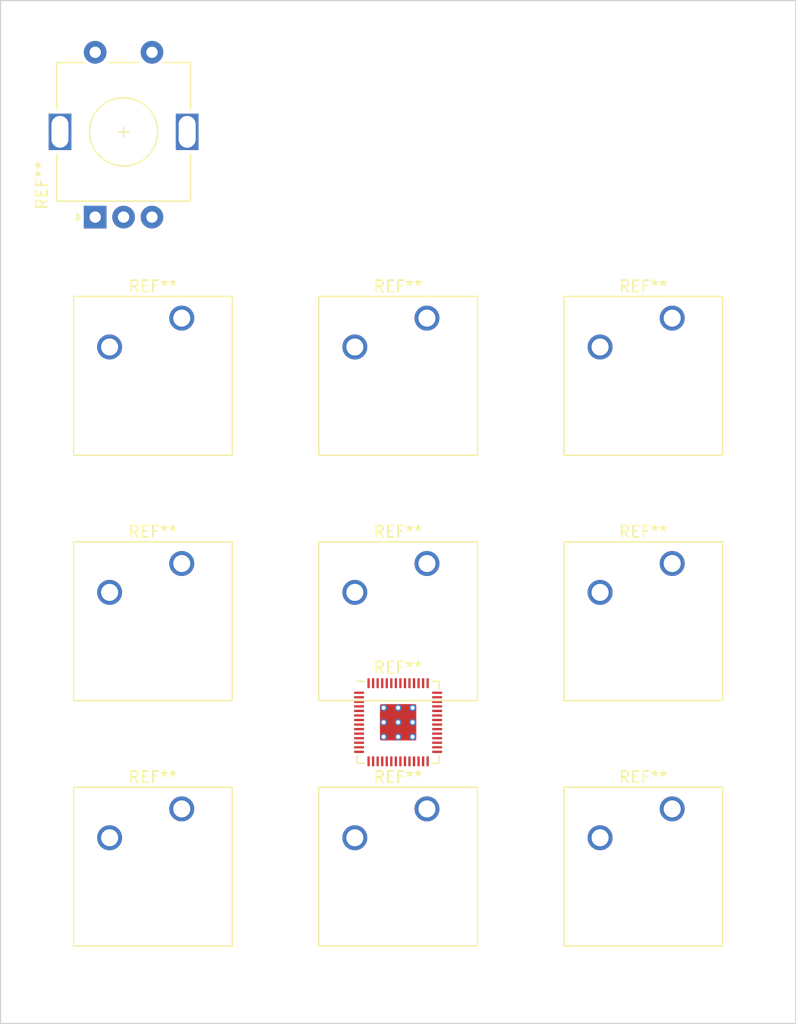
<source format=kicad_pcb>
(kicad_pcb (version 20211014) (generator pcbnew)
  (layers (0 "F.Cu" signal) (31 "B.Cu" signal) (34 "B.Paste" user) (35 "F.Paste" user) (36 "B.SilkS" user "B.Silkscreen") (37 "F.SilkS" user "F.Silkscreen") (38 "B.Mask" user) (39 "F.Mask" user) (44 "Edge.Cuts" user))
  (net 0 "")
  (footprint "Button_Switch_Keyboard:SW_Cherry_MX_1.00u_PCB" (layer "F.Cu") (at 168.91 91.44)
    (fp_text reference "REF**" (at -2.54 -2.794) (layer "F.SilkS"))
    (fp_text value "SW_Cherry_MX_1.00u_PCB")
    (fp_line (start -9.525 -1.905) (end 4.445 -1.905) (layer "F.SilkS") (width 0.12))
    (fp_line (start -9.525 12.065) (end -9.525 -1.905) (layer "F.SilkS") (width 0.12))
    (fp_line (start 4.445 -1.905) (end 4.445 12.065) (layer "F.SilkS") (width 0.12))
    (fp_line (start 4.445 12.065) (end -9.525 12.065) (layer "F.SilkS") (width 0.12))
    (pad "" np_thru_hole circle (at 2.54 5.08) (size 1.7 1.7) (drill 1.7) (layers *.Cu *.Mask))
    (pad "" np_thru_hole circle (at -7.62 5.08) (size 1.7 1.7) (drill 1.7) (layers *.Cu *.Mask))
    (pad "" np_thru_hole circle (at -2.54 5.08) (size 4 4) (drill 4) (layers *.Cu *.Mask))
    (pad "1" thru_hole circle (at 0 0) (size 2.2 2.2) (drill 1.5) (layers *.Cu *.Mask))
    (pad "2" thru_hole circle (at -6.35 2.54) (size 2.2 2.2) (drill 1.5) (layers *.Cu *.Mask))
  )
  (footprint "Button_Switch_Keyboard:SW_Cherry_MX_1.00u_PCB" (layer "F.Cu") (at 147.32 134.62)
    (fp_text reference "REF**" (at -2.54 -2.794) (layer "F.SilkS"))
    (fp_text value "SW_Cherry_MX_1.00u_PCB")
    (fp_line (start -9.525 -1.905) (end 4.445 -1.905) (layer "F.SilkS") (width 0.12))
    (fp_line (start 4.445 12.065) (end -9.525 12.065) (layer "F.SilkS") (width 0.12))
    (fp_line (start -9.525 12.065) (end -9.525 -1.905) (layer "F.SilkS") (width 0.12))
    (fp_line (start 4.445 -1.905) (end 4.445 12.065) (layer "F.SilkS") (width 0.12))
    (pad "" np_thru_hole circle (at -7.62 5.08) (size 1.7 1.7) (drill 1.7) (layers *.Cu *.Mask))
    (pad "" np_thru_hole circle (at 2.54 5.08) (size 1.7 1.7) (drill 1.7) (layers *.Cu *.Mask))
    (pad "" np_thru_hole circle (at -2.54 5.08) (size 4 4) (drill 4) (layers *.Cu *.Mask))
    (pad "1" thru_hole circle (at 0 0) (size 2.2 2.2) (drill 1.5) (layers *.Cu *.Mask))
    (pad "2" thru_hole circle (at -6.35 2.54) (size 2.2 2.2) (drill 1.5) (layers *.Cu *.Mask))
  )
  (footprint "Button_Switch_Keyboard:SW_Cherry_MX_1.00u_PCB" (layer "F.Cu") (at 168.91 134.62)
    (fp_text reference "REF**" (at -2.54 -2.794) (layer "F.SilkS"))
    (fp_text value "SW_Cherry_MX_1.00u_PCB")
    (fp_line (start 4.445 -1.905) (end 4.445 12.065) (layer "F.SilkS") (width 0.12))
    (fp_line (start 4.445 12.065) (end -9.525 12.065) (layer "F.SilkS") (width 0.12))
    (fp_line (start -9.525 -1.905) (end 4.445 -1.905) (layer "F.SilkS") (width 0.12))
    (fp_line (start -9.525 12.065) (end -9.525 -1.905) (layer "F.SilkS") (width 0.12))
    (pad "" np_thru_hole circle (at -7.62 5.08) (size 1.7 1.7) (drill 1.7) (layers *.Cu *.Mask))
    (pad "" np_thru_hole circle (at -2.54 5.08) (size 4 4) (drill 4) (layers *.Cu *.Mask))
    (pad "" np_thru_hole circle (at 2.54 5.08) (size 1.7 1.7) (drill 1.7) (layers *.Cu *.Mask))
    (pad "1" thru_hole circle (at 0 0) (size 2.2 2.2) (drill 1.5) (layers *.Cu *.Mask))
    (pad "2" thru_hole circle (at -6.35 2.54) (size 2.2 2.2) (drill 1.5) (layers *.Cu *.Mask))
  )
  (footprint "Button_Switch_Keyboard:SW_Cherry_MX_1.00u_PCB" (layer "F.Cu") (at 125.73 91.44)
    (fp_text reference "REF**" (at -2.54 -2.794) (layer "F.SilkS"))
    (fp_text value "SW_Cherry_MX_1.00u_PCB")
    (fp_line (start -9.525 12.065) (end -9.525 -1.905) (layer "F.SilkS") (width 0.12))
    (fp_line (start -9.525 -1.905) (end 4.445 -1.905) (layer "F.SilkS") (width 0.12))
    (fp_line (start 4.445 -1.905) (end 4.445 12.065) (layer "F.SilkS") (width 0.12))
    (fp_line (start 4.445 12.065) (end -9.525 12.065) (layer "F.SilkS") (width 0.12))
    (pad "" np_thru_hole circle (at 2.54 5.08) (size 1.7 1.7) (drill 1.7) (layers *.Cu *.Mask))
    (pad "" np_thru_hole circle (at -7.62 5.08) (size 1.7 1.7) (drill 1.7) (layers *.Cu *.Mask))
    (pad "" np_thru_hole circle (at -2.54 5.08) (size 4 4) (drill 4) (layers *.Cu *.Mask))
    (pad "1" thru_hole circle (at 0 0) (size 2.2 2.2) (drill 1.5) (layers *.Cu *.Mask))
    (pad "2" thru_hole circle (at -6.35 2.54) (size 2.2 2.2) (drill 1.5) (layers *.Cu *.Mask))
  )
  (footprint "Button_Switch_Keyboard:SW_Cherry_MX_1.00u_PCB" (layer "F.Cu") (at 168.91 113.03)
    (fp_text reference "REF**" (at -2.54 -2.794) (layer "F.SilkS"))
    (fp_text value "SW_Cherry_MX_1.00u_PCB")
    (fp_line (start 4.445 -1.905) (end 4.445 12.065) (layer "F.SilkS") (width 0.12))
    (fp_line (start -9.525 12.065) (end -9.525 -1.905) (layer "F.SilkS") (width 0.12))
    (fp_line (start 4.445 12.065) (end -9.525 12.065) (layer "F.SilkS") (width 0.12))
    (fp_line (start -9.525 -1.905) (end 4.445 -1.905) (layer "F.SilkS") (width 0.12))
    (pad "" np_thru_hole circle (at 2.54 5.08) (size 1.7 1.7) (drill 1.7) (layers *.Cu *.Mask))
    (pad "" np_thru_hole circle (at -7.62 5.08) (size 1.7 1.7) (drill 1.7) (layers *.Cu *.Mask))
    (pad "" np_thru_hole circle (at -2.54 5.08) (size 4 4) (drill 4) (layers *.Cu *.Mask))
    (pad "1" thru_hole circle (at 0 0) (size 2.2 2.2) (drill 1.5) (layers *.Cu *.Mask))
    (pad "2" thru_hole circle (at -6.35 2.54) (size 2.2 2.2) (drill 1.5) (layers *.Cu *.Mask))
  )
  (footprint "Button_Switch_Keyboard:SW_Cherry_MX_1.00u_PCB" (layer "F.Cu") (at 147.32 113.03)
    (fp_text reference "REF**" (at -2.54 -2.794) (layer "F.SilkS"))
    (fp_text value "SW_Cherry_MX_1.00u_PCB")
    (fp_line (start -9.525 -1.905) (end 4.445 -1.905) (layer "F.SilkS") (width 0.12))
    (fp_line (start 4.445 -1.905) (end 4.445 12.065) (layer "F.SilkS") (width 0.12))
    (fp_line (start -9.525 12.065) (end -9.525 -1.905) (layer "F.SilkS") (width 0.12))
    (fp_line (start 4.445 12.065) (end -9.525 12.065) (layer "F.SilkS") (width 0.12))
    (pad "" np_thru_hole circle (at -2.54 5.08) (size 4 4) (drill 4) (layers *.Cu *.Mask))
    (pad "" np_thru_hole circle (at 2.54 5.08) (size 1.7 1.7) (drill 1.7) (layers *.Cu *.Mask))
    (pad "" np_thru_hole circle (at -7.62 5.08) (size 1.7 1.7) (drill 1.7) (layers *.Cu *.Mask))
    (pad "1" thru_hole circle (at 0 0) (size 2.2 2.2) (drill 1.5) (layers *.Cu *.Mask))
    (pad "2" thru_hole circle (at -6.35 2.54) (size 2.2 2.2) (drill 1.5) (layers *.Cu *.Mask))
  )
  (footprint "Button_Switch_Keyboard:SW_Cherry_MX_1.00u_PCB" (layer "F.Cu") (at 125.73 113.03)
    (fp_text reference "REF**" (at -2.54 -2.794) (layer "F.SilkS"))
    (fp_text value "SW_Cherry_MX_1.00u_PCB")
    (fp_line (start 4.445 12.065) (end -9.525 12.065) (layer "F.SilkS") (width 0.12))
    (fp_line (start 4.445 -1.905) (end 4.445 12.065) (layer "F.SilkS") (width 0.12))
    (fp_line (start -9.525 -1.905) (end 4.445 -1.905) (layer "F.SilkS") (width 0.12))
    (fp_line (start -9.525 12.065) (end -9.525 -1.905) (layer "F.SilkS") (width 0.12))
    (pad "" np_thru_hole circle (at 2.54 5.08) (size 1.7 1.7) (drill 1.7) (layers *.Cu *.Mask))
    (pad "" np_thru_hole circle (at -2.54 5.08) (size 4 4) (drill 4) (layers *.Cu *.Mask))
    (pad "" np_thru_hole circle (at -7.62 5.08) (size 1.7 1.7) (drill 1.7) (layers *.Cu *.Mask))
    (pad "1" thru_hole circle (at 0 0) (size 2.2 2.2) (drill 1.5) (layers *.Cu *.Mask))
    (pad "2" thru_hole circle (at -6.35 2.54) (size 2.2 2.2) (drill 1.5) (layers *.Cu *.Mask))
  )
  (footprint "Footprints:RP2040-QFN-56" (layer "F.Cu") (at 144.78 127)
    (fp_text reference "REF**" (at 0 -4.82) (layer "F.SilkS"))
    (fp_text value "Pico2040-QFN-56")
    (fp_line (start -3.61 3.61) (end -3.61 2.96) (layer "F.SilkS") (width 0.12))
    (fp_line (start -2.96 3.61) (end -3.61 3.61) (layer "F.SilkS") (width 0.12))
    (fp_line (start 3.61 3.61) (end 3.61 2.96) (layer "F.SilkS") (width 0.12))
    (fp_line (start -2.96 -3.61) (end -3.61 -3.61) (layer "F.SilkS") (width 0.12))
    (fp_line (start 2.96 -3.61) (end 3.61 -3.61) (layer "F.SilkS") (width 0.12))
    (fp_line (start 3.61 -3.61) (end 3.61 -2.96) (layer "F.SilkS") (width 0.12))
    (fp_line (start 2.96 3.61) (end 3.61 3.61) (layer "F.SilkS") (width 0.12))
    (pad "1" smd roundrect locked (at -3.4375 -2.6) (size 0.875 0.2) (layers "F.Cu" "F.Paste" "F.Mask"))
    (pad "2" smd roundrect locked (at -3.4375 -2.2) (size 0.875 0.2) (layers "F.Cu" "F.Paste" "F.Mask"))
    (pad "3" smd roundrect locked (at -3.4375 -1.8) (size 0.875 0.2) (layers "F.Cu" "F.Paste" "F.Mask"))
    (pad "4" smd roundrect locked (at -3.4375 -1.4) (size 0.875 0.2) (layers "F.Cu" "F.Paste" "F.Mask"))
    (pad "5" smd roundrect locked (at -3.4375 -1) (size 0.875 0.2) (layers "F.Cu" "F.Paste" "F.Mask"))
    (pad "6" smd roundrect locked (at -3.4375 -0.6) (size 0.875 0.2) (layers "F.Cu" "F.Paste" "F.Mask"))
    (pad "7" smd roundrect locked (at -3.4375 -0.2) (size 0.875 0.2) (layers "F.Cu" "F.Paste" "F.Mask"))
    (pad "8" smd roundrect locked (at -3.4375 0.2) (size 0.875 0.2) (layers "F.Cu" "F.Paste" "F.Mask"))
    (pad "9" smd roundrect locked (at -3.4375 0.6) (size 0.875 0.2) (layers "F.Cu" "F.Paste" "F.Mask"))
    (pad "10" smd roundrect locked (at -3.4375 1) (size 0.875 0.2) (layers "F.Cu" "F.Paste" "F.Mask"))
    (pad "11" smd roundrect locked (at -3.4375 1.4) (size 0.875 0.2) (layers "F.Cu" "F.Paste" "F.Mask"))
    (pad "12" smd roundrect locked (at -3.4375 1.8) (size 0.875 0.2) (layers "F.Cu" "F.Paste" "F.Mask"))
    (pad "13" smd roundrect locked (at -3.4375 2.2) (size 0.875 0.2) (layers "F.Cu" "F.Paste" "F.Mask"))
    (pad "14" smd roundrect locked (at -3.4375 2.6) (size 0.875 0.2) (layers "F.Cu" "F.Paste" "F.Mask"))
    (pad "15" smd roundrect locked (at -2.6 3.4375) (size 0.2 0.875) (layers "F.Cu" "F.Paste" "F.Mask"))
    (pad "16" smd roundrect locked (at -2.2 3.4375) (size 0.2 0.875) (layers "F.Cu" "F.Paste" "F.Mask"))
    (pad "17" smd roundrect locked (at -1.8 3.4375) (size 0.2 0.875) (layers "F.Cu" "F.Paste" "F.Mask"))
    (pad "18" smd roundrect locked (at -1.4 3.4375) (size 0.2 0.875) (layers "F.Cu" "F.Paste" "F.Mask"))
    (pad "19" smd roundrect locked (at -1 3.4375) (size 0.2 0.875) (layers "F.Cu" "F.Paste" "F.Mask"))
    (pad "20" smd roundrect locked (at -0.6 3.4375) (size 0.2 0.875) (layers "F.Cu" "F.Paste" "F.Mask"))
    (pad "21" smd roundrect locked (at -0.2 3.4375) (size 0.2 0.875) (layers "F.Cu" "F.Paste" "F.Mask"))
    (pad "22" smd roundrect locked (at 0.2 3.4375) (size 0.2 0.875) (layers "F.Cu" "F.Paste" "F.Mask"))
    (pad "23" smd roundrect locked (at 0.6 3.4375) (size 0.2 0.875) (layers "F.Cu" "F.Paste" "F.Mask"))
    (pad "24" smd roundrect locked (at 1 3.4375) (size 0.2 0.875) (layers "F.Cu" "F.Paste" "F.Mask"))
    (pad "25" smd roundrect locked (at 1.4 3.4375) (size 0.2 0.875) (layers "F.Cu" "F.Paste" "F.Mask"))
    (pad "26" smd roundrect locked (at 1.8 3.4375) (size 0.2 0.875) (layers "F.Cu" "F.Paste" "F.Mask"))
    (pad "27" smd roundrect locked (at 2.2 3.4375) (size 0.2 0.875) (layers "F.Cu" "F.Paste" "F.Mask"))
    (pad "28" smd roundrect locked (at 2.6 3.4375) (size 0.2 0.875) (layers "F.Cu" "F.Paste" "F.Mask"))
    (pad "29" smd roundrect locked (at 3.4375 2.6) (size 0.875 0.2) (layers "F.Cu" "F.Paste" "F.Mask"))
    (pad "30" smd roundrect locked (at 3.4375 2.2) (size 0.875 0.2) (layers "F.Cu" "F.Paste" "F.Mask"))
    (pad "31" smd roundrect locked (at 3.4375 1.8) (size 0.875 0.2) (layers "F.Cu" "F.Paste" "F.Mask"))
    (pad "32" smd roundrect locked (at 3.4375 1.4) (size 0.875 0.2) (layers "F.Cu" "F.Paste" "F.Mask"))
    (pad "33" smd roundrect locked (at 3.4375 1) (size 0.875 0.2) (layers "F.Cu" "F.Paste" "F.Mask"))
    (pad "34" smd roundrect locked (at 3.4375 0.6) (size 0.875 0.2) (layers "F.Cu" "F.Paste" "F.Mask"))
    (pad "35" smd roundrect locked (at 3.4375 0.2) (size 0.875 0.2) (layers "F.Cu" "F.Paste" "F.Mask"))
    (pad "36" smd roundrect locked (at 3.4375 -0.2) (size 0.875 0.2) (layers "F.Cu" "F.Paste" "F.Mask"))
    (pad "37" smd roundrect locked (at 3.4375 -0.6) (size 0.875 0.2) (layers "F.Cu" "F.Paste" "F.Mask"))
    (pad "38" smd roundrect locked (at 3.4375 -1) (size 0.875 0.2) (layers "F.Cu" "F.Paste" "F.Mask"))
    (pad "39" smd roundrect locked (at 3.4375 -1.4) (size 0.875 0.2) (layers "F.Cu" "F.Paste" "F.Mask"))
    (pad "40" smd roundrect locked (at 3.4375 -1.8) (size 0.875 0.2) (layers "F.Cu" "F.Paste" "F.Mask"))
    (pad "41" smd roundrect locked (at 3.4375 -2.2) (size 0.875 0.2) (layers "F.Cu" "F.Paste" "F.Mask"))
    (pad "42" smd roundrect locked (at 3.4375 -2.6) (size 0.875 0.2) (layers "F.Cu" "F.Paste" "F.Mask"))
    (pad "43" smd roundrect locked (at 2.6 -3.4375) (size 0.2 0.875) (layers "F.Cu" "F.Paste" "F.Mask"))
    (pad "44" smd roundrect locked (at 2.2 -3.4375) (size 0.2 0.875) (layers "F.Cu" "F.Paste" "F.Mask"))
    (pad "45" smd roundrect locked (at 1.8 -3.4375) (size 0.2 0.875) (layers "F.Cu" "F.Paste" "F.Mask"))
    (pad "46" smd roundrect locked (at 1.4 -3.4375) (size 0.2 0.875) (layers "F.Cu" "F.Paste" "F.Mask"))
    (pad "47" smd roundrect locked (at 1 -3.4375) (size 0.2 0.875) (layers "F.Cu" "F.Paste" "F.Mask"))
    (pad "48" smd roundrect locked (at 0.6 -3.4375) (size 0.2 0.875) (layers "F.Cu" "F.Paste" "F.Mask"))
    (pad "49" smd roundrect locked (at 0.2 -3.4375) (size 0.2 0.875) (layers "F.Cu" "F.Paste" "F.Mask"))
    (pad "50" smd roundrect locked (at -0.2 -3.4375) (size 0.2 0.875) (layers "F.Cu" "F.Paste" "F.Mask"))
    (pad "51" smd roundrect locked (at -0.6 -3.4375) (size 0.2 0.875) (layers "F.Cu" "F.Paste" "F.Mask"))
    (pad "52" smd roundrect locked (at -1 -3.4375) (size 0.2 0.875) (layers "F.Cu" "F.Paste" "F.Mask"))
    (pad "53" smd roundrect locked (at -1.4 -3.4375) (size 0.2 0.875) (layers "F.Cu" "F.Paste" "F.Mask"))
    (pad "54" smd roundrect locked (at -1.8 -3.4375) (size 0.2 0.875) (layers "F.Cu" "F.Paste" "F.Mask"))
    (pad "55" smd roundrect locked (at -2.2 -3.4375) (size 0.2 0.875) (layers "F.Cu" "F.Paste" "F.Mask"))
    (pad "56" smd roundrect locked (at -2.6 -3.4375) (size 0.2 0.875) (layers "F.Cu" "F.Paste" "F.Mask"))
    (pad "57" thru_hole circle locked (at 0 -1.275) (size 0.6 0.6) (drill 0.35) (layers *.Cu))
    (pad "57" smd roundrect locked (at 0 0) (size 3.2 3.2) (layers "F.Cu" "F.Mask") (roundrect_rratio 0.045))
    (pad "57" thru_hole circle locked (at 0 0) (size 0.6 0.6) (drill 0.35) (layers *.Cu))
    (pad "57" thru_hole circle locked (at 1.275 -1.275) (size 0.6 0.6) (drill 0.35) (layers *.Cu))
    (pad "57" thru_hole circle locked (at -1.275 1.275) (size 0.6 0.6) (drill 0.35) (layers *.Cu))
    (pad "57" thru_hole circle locked (at 0 1.275) (size 0.6 0.6) (drill 0.35) (layers *.Cu))
    (pad "57" thru_hole circle locked (at -1.275 0) (size 0.6 0.6) (drill 0.35) (layers *.Cu))
    (pad "57" thru_hole circle locked (at 1.275 0) (size 0.6 0.6) (drill 0.35) (layers *.Cu))
    (pad "57" thru_hole circle locked (at 1.275 1.275) (size 0.6 0.6) (drill 0.35) (layers *.Cu))
    (pad "57" thru_hole circle locked (at -1.275 -1.275) (size 0.6 0.6) (drill 0.35) (layers *.Cu))
  )
  (footprint "Button_Switch_Keyboard:SW_Cherry_MX_1.00u_PCB" (layer "F.Cu") (at 147.32 91.44)
    (fp_text reference "REF**" (at -2.54 -2.794) (layer "F.SilkS"))
    (fp_text value "SW_Cherry_MX_1.00u_PCB")
    (fp_line (start 4.445 12.065) (end -9.525 12.065) (layer "F.SilkS") (width 0.12))
    (fp_line (start -9.525 12.065) (end -9.525 -1.905) (layer "F.SilkS") (width 0.12))
    (fp_line (start -9.525 -1.905) (end 4.445 -1.905) (layer "F.SilkS") (width 0.12))
    (fp_line (start 4.445 -1.905) (end 4.445 12.065) (layer "F.SilkS") (width 0.12))
    (pad "" np_thru_hole circle (at 2.54 5.08) (size 1.7 1.7) (drill 1.7) (layers *.Cu *.Mask))
    (pad "" np_thru_hole circle (at -7.62 5.08) (size 1.7 1.7) (drill 1.7) (layers *.Cu *.Mask))
    (pad "" np_thru_hole circle (at -2.54 5.08) (size 4 4) (drill 4) (layers *.Cu *.Mask))
    (pad "1" thru_hole circle (at 0 0) (size 2.2 2.2) (drill 1.5) (layers *.Cu *.Mask))
    (pad "2" thru_hole circle (at -6.35 2.54) (size 2.2 2.2) (drill 1.5) (layers *.Cu *.Mask))
  )
  (footprint "Button_Switch_Keyboard:SW_Cherry_MX_1.00u_PCB" (layer "F.Cu") (at 125.73 134.62)
    (fp_text reference "REF**" (at -2.54 -2.794) (layer "F.SilkS"))
    (fp_text value "SW_Cherry_MX_1.00u_PCB")
    (fp_line (start 4.445 -1.905) (end 4.445 12.065) (layer "F.SilkS") (width 0.12))
    (fp_line (start -9.525 12.065) (end -9.525 -1.905) (layer "F.SilkS") (width 0.12))
    (fp_line (start 4.445 12.065) (end -9.525 12.065) (layer "F.SilkS") (width 0.12))
    (fp_line (start -9.525 -1.905) (end 4.445 -1.905) (layer "F.SilkS") (width 0.12))
    (pad "" np_thru_hole circle (at 2.54 5.08) (size 1.7 1.7) (drill 1.7) (layers *.Cu *.Mask))
    (pad "" np_thru_hole circle (at -7.62 5.08) (size 1.7 1.7) (drill 1.7) (layers *.Cu *.Mask))
    (pad "" np_thru_hole circle (at -2.54 5.08) (size 4 4) (drill 4) (layers *.Cu *.Mask))
    (pad "1" thru_hole circle (at 0 0) (size 2.2 2.2) (drill 1.5) (layers *.Cu *.Mask))
    (pad "2" thru_hole circle (at -6.35 2.54) (size 2.2 2.2) (drill 1.5) (layers *.Cu *.Mask))
  )
  (footprint "Rotary_Encoder:RotaryEncoder_Alps_EC11E-Switch_Vertical_H20mm" (layer "F.Cu") (at 118.11 82.55 90)
    (fp_text reference "REF**" (at 2.8 -4.7 90) (layer "F.SilkS"))
    (fp_text value "RotaryEncoder")
    (fp_line (start 1.4 -3.4) (end 1.4 8.4) (layer "F.SilkS") (width 0.12))
    (fp_line (start 13.6 -3.4) (end 13.6 -1) (layer "F.SilkS") (width 0.12))
    (fp_line (start 0 -1.3) (end -0.3 -1.6) (layer "F.SilkS") (width 0.12))
    (fp_line (start 7 2.5) (end 8 2.5) (layer "F.SilkS") (width 0.12))
    (fp_line (start 13.6 1.2) (end 13.6 3.8) (layer "F.SilkS") (width 0.12))
    (fp_line (start -0.3 -1.6) (end 0.3 -1.6) (layer "F.SilkS") (width 0.12))
    (fp_line (start 5.5 8.4) (end 1.4 8.4) (layer "F.SilkS") (width 0.12))
    (fp_line (start 9.5 -3.4) (end 13.6 -3.4) (layer "F.SilkS") (width 0.12))
    (fp_line (start 13.6 8.4) (end 9.5 8.4) (layer "F.SilkS") (width 0.12))
    (fp_line (start 0.3 -1.6) (end 0 -1.3) (layer "F.SilkS") (width 0.12))
    (fp_line (start 13.6 6) (end 13.6 8.4) (layer "F.SilkS") (width 0.12))
    (fp_line (start 5.5 -3.4) (end 1.4 -3.4) (layer "F.SilkS") (width 0.12))
    (fp_line (start 7.5 2) (end 7.5 3) (layer "F.SilkS") (width 0.12))
    (fp_circle (center 7.5 2.5) (end 10.5 2.5) (layer "F.SilkS") (width 0.12) (fill none))
    (pad "A" thru_hole rect (at 0 0 90) (size 2 2) (drill 1) (layers *.Cu *.Mask))
    (pad "B" thru_hole circle (at 0 5 90) (size 2 2) (drill 1) (layers *.Cu *.Mask))
    (pad "C" thru_hole circle (at 0 2.5 90) (size 2 2) (drill 1) (layers *.Cu *.Mask))
    (pad "MP" thru_hole rect (at 7.5 8.1 90) (size 3.2 2) (drill oval 2.8 1.5) (layers *.Cu *.Mask))
    (pad "MP" thru_hole rect (at 7.5 -3.1 90) (size 3.2 2) (drill oval 2.8 1.5) (layers *.Cu *.Mask))
    (pad "S1" thru_hole circle (at 14.5 5 90) (size 2 2) (drill 1) (layers *.Cu *.Mask))
    (pad "S2" thru_hole circle (at 14.5 0 90) (size 2 2) (drill 1) (layers *.Cu *.Mask))
  )
  (gr_line (start 109.78 63.5) (end 179.78 63.5) (layer "Edge.Cuts") (width 0.1))
  (gr_line (start 179.78 63.5) (end 179.78 153.5) (layer "Edge.Cuts") (width 0.1))
  (gr_line (start 109.78 63.5) (end 109.78 153.5) (layer "Edge.Cuts") (width 0.1))
  (gr_line (start 109.78 153.5) (end 179.78 153.5) (layer "Edge.Cuts") (width 0.1))
)
</source>
